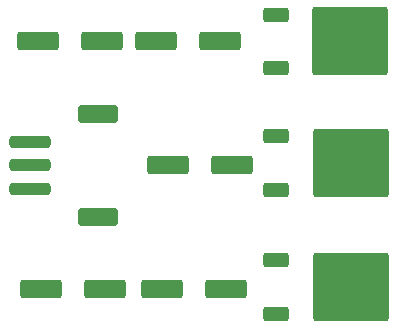
<source format=gbr>
%TF.GenerationSoftware,KiCad,Pcbnew,9.0.6*%
%TF.CreationDate,2025-12-25T16:33:08+05:30*%
%TF.ProjectId,GitHub2,47697448-7562-4322-9e6b-696361645f70,rev?*%
%TF.SameCoordinates,Original*%
%TF.FileFunction,Soldermask,Top*%
%TF.FilePolarity,Negative*%
%FSLAX46Y46*%
G04 Gerber Fmt 4.6, Leading zero omitted, Abs format (unit mm)*
G04 Created by KiCad (PCBNEW 9.0.6) date 2025-12-25 16:33:08*
%MOMM*%
%LPD*%
G01*
G04 APERTURE LIST*
G04 Aperture macros list*
%AMRoundRect*
0 Rectangle with rounded corners*
0 $1 Rounding radius*
0 $2 $3 $4 $5 $6 $7 $8 $9 X,Y pos of 4 corners*
0 Add a 4 corners polygon primitive as box body*
4,1,4,$2,$3,$4,$5,$6,$7,$8,$9,$2,$3,0*
0 Add four circle primitives for the rounded corners*
1,1,$1+$1,$2,$3*
1,1,$1+$1,$4,$5*
1,1,$1+$1,$6,$7*
1,1,$1+$1,$8,$9*
0 Add four rect primitives between the rounded corners*
20,1,$1+$1,$2,$3,$4,$5,0*
20,1,$1+$1,$4,$5,$6,$7,0*
20,1,$1+$1,$6,$7,$8,$9,0*
20,1,$1+$1,$8,$9,$2,$3,0*%
G04 Aperture macros list end*
%ADD10RoundRect,0.250000X-0.850000X-0.350000X0.850000X-0.350000X0.850000X0.350000X-0.850000X0.350000X0*%
%ADD11RoundRect,0.249997X-2.950003X-2.650003X2.950003X-2.650003X2.950003X2.650003X-2.950003X2.650003X0*%
%ADD12RoundRect,0.250000X-1.500000X-0.550000X1.500000X-0.550000X1.500000X0.550000X-1.500000X0.550000X0*%
%ADD13RoundRect,0.250000X1.500000X-0.250000X1.500000X0.250000X-1.500000X0.250000X-1.500000X-0.250000X0*%
%ADD14RoundRect,0.250001X1.449999X-0.499999X1.449999X0.499999X-1.449999X0.499999X-1.449999X-0.499999X0*%
G04 APERTURE END LIST*
D10*
%TO.C,U1*%
X35960000Y-14220000D03*
D11*
X42260000Y-16500000D03*
D10*
X35960000Y-18780000D03*
%TD*%
%TO.C,U2*%
X36000000Y-24500000D03*
D11*
X42300000Y-26780000D03*
D10*
X36000000Y-29060000D03*
%TD*%
D12*
%TO.C,C1*%
X15800000Y-16500000D03*
X21200000Y-16500000D03*
%TD*%
%TO.C,C3*%
X26800000Y-27000000D03*
X32200000Y-27000000D03*
%TD*%
%TO.C,C8*%
X16100000Y-37500000D03*
X21500000Y-37500000D03*
%TD*%
D10*
%TO.C,U3*%
X36000000Y-35000000D03*
D11*
X42300000Y-37280000D03*
D10*
X36000000Y-39560000D03*
%TD*%
D12*
%TO.C,C7*%
X26300000Y-37500000D03*
X31700000Y-37500000D03*
%TD*%
%TO.C,C2*%
X25800000Y-16500000D03*
X31200000Y-16500000D03*
%TD*%
D13*
%TO.C,J1*%
X15150000Y-29000000D03*
X15150000Y-27000000D03*
X15150000Y-25000000D03*
D14*
X20900000Y-31350000D03*
X20900000Y-22650000D03*
%TD*%
M02*

</source>
